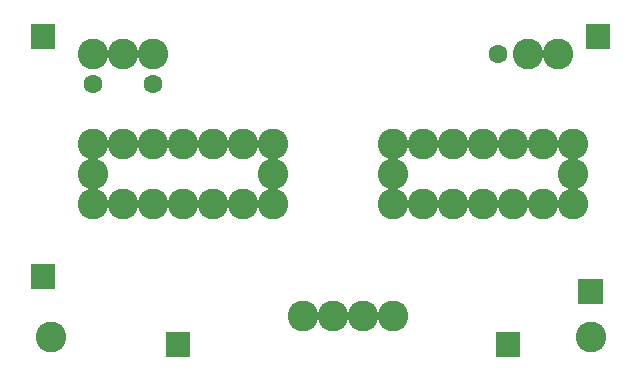
<source format=gbr>
%FSLAX34Y34*%
%MOMM*%
%LNSOLDERMASK_TOP*%
G71*
G01*
%ADD10C,2.600*%
%ADD11C,2.600*%
%ADD12C,1.600*%
%LPD*%
X315100Y188710D02*
G54D10*
D03*
X340500Y188710D02*
G54D10*
D03*
X340500Y188710D02*
G54D10*
D03*
X365900Y188710D02*
G54D10*
D03*
X365900Y188710D02*
G54D10*
D03*
X391300Y188710D02*
G54D10*
D03*
X391300Y188710D02*
G54D10*
D03*
X416700Y188710D02*
G54D10*
D03*
X416700Y188710D02*
G54D10*
D03*
X442100Y188710D02*
G54D10*
D03*
X442100Y188710D02*
G54D10*
D03*
X467500Y188710D02*
G54D10*
D03*
X467500Y188710D02*
G54D10*
D03*
X467500Y163310D02*
G54D10*
D03*
X467500Y163310D02*
G54D10*
D03*
X467500Y137910D02*
G54D10*
D03*
X315100Y188710D02*
G54D10*
D03*
X315100Y163310D02*
G54D10*
D03*
X315100Y163310D02*
G54D10*
D03*
X315100Y137910D02*
G54D10*
D03*
X315100Y137910D02*
G54D10*
D03*
X340500Y137910D02*
G54D10*
D03*
X340500Y137910D02*
G54D10*
D03*
X365900Y137910D02*
G54D10*
D03*
X365900Y137910D02*
G54D10*
D03*
X391300Y137910D02*
G54D10*
D03*
X391300Y137910D02*
G54D10*
D03*
X416700Y137910D02*
G54D10*
D03*
X416700Y137910D02*
G54D10*
D03*
X442100Y137910D02*
G54D10*
D03*
X442100Y137910D02*
G54D10*
D03*
X467500Y137910D02*
G54D10*
D03*
X467500Y137910D02*
G54D10*
D03*
X315100Y137910D02*
G54D10*
D03*
X61100Y188710D02*
G54D10*
D03*
X86500Y188710D02*
G54D10*
D03*
X86500Y188710D02*
G54D10*
D03*
X111900Y188710D02*
G54D10*
D03*
X111900Y188710D02*
G54D10*
D03*
X137300Y188710D02*
G54D10*
D03*
X137300Y188710D02*
G54D10*
D03*
X162700Y188710D02*
G54D10*
D03*
X162700Y188710D02*
G54D10*
D03*
X188100Y188710D02*
G54D10*
D03*
X188100Y188710D02*
G54D10*
D03*
X213500Y188710D02*
G54D10*
D03*
X213500Y188710D02*
G54D10*
D03*
X213500Y163310D02*
G54D10*
D03*
X213500Y163310D02*
G54D10*
D03*
X213500Y137910D02*
G54D10*
D03*
X61100Y188710D02*
G54D10*
D03*
X61100Y163310D02*
G54D10*
D03*
X61100Y163310D02*
G54D10*
D03*
X61100Y137910D02*
G54D10*
D03*
X61100Y137910D02*
G54D10*
D03*
X86500Y137910D02*
G54D10*
D03*
X86500Y137910D02*
G54D10*
D03*
X111900Y137910D02*
G54D10*
D03*
X111900Y137910D02*
G54D10*
D03*
X137300Y137910D02*
G54D10*
D03*
X137300Y137910D02*
G54D10*
D03*
X162700Y137910D02*
G54D10*
D03*
X162700Y137910D02*
G54D10*
D03*
X188100Y137910D02*
G54D10*
D03*
X188100Y137910D02*
G54D10*
D03*
X213500Y137910D02*
G54D10*
D03*
X213500Y137910D02*
G54D10*
D03*
X61100Y137910D02*
G54D10*
D03*
X238900Y42660D02*
G54D10*
D03*
X238900Y42660D02*
G54D10*
D03*
X264300Y42660D02*
G54D10*
D03*
X264300Y42660D02*
G54D10*
D03*
X289700Y42660D02*
G54D10*
D03*
X289700Y42660D02*
G54D10*
D03*
X315100Y42660D02*
G54D10*
D03*
X315100Y42660D02*
G54D10*
D03*
X61100Y264910D02*
G54D10*
D03*
X86500Y264910D02*
G54D10*
D03*
X111900Y264910D02*
G54D10*
D03*
X454800Y264910D02*
G54D10*
D03*
X429400Y264910D02*
G54D10*
D03*
X25400Y25400D02*
G54D10*
D03*
X25400Y25400D02*
G54D11*
D03*
X482600Y25400D02*
G54D11*
D03*
G36*
X8550Y289900D02*
X29550Y289900D01*
X29550Y268900D01*
X8550Y268900D01*
X8550Y289900D01*
G37*
G36*
X8550Y86700D02*
X29550Y86700D01*
X29550Y65700D01*
X8550Y65700D01*
X8550Y86700D01*
G37*
G36*
X122850Y29550D02*
X143850Y29550D01*
X143850Y8550D01*
X122850Y8550D01*
X122850Y29550D01*
G37*
G36*
X402250Y29550D02*
X423250Y29550D01*
X423250Y8550D01*
X402250Y8550D01*
X402250Y29550D01*
G37*
G36*
X472100Y74000D02*
X493100Y74000D01*
X493100Y53000D01*
X472100Y53000D01*
X472100Y74000D01*
G37*
G36*
X478450Y289900D02*
X499450Y289900D01*
X499450Y268900D01*
X478450Y268900D01*
X478450Y289900D01*
G37*
X61100Y239510D02*
G54D12*
D03*
X111900Y239510D02*
G54D12*
D03*
X404000Y264910D02*
G54D12*
D03*
M02*

</source>
